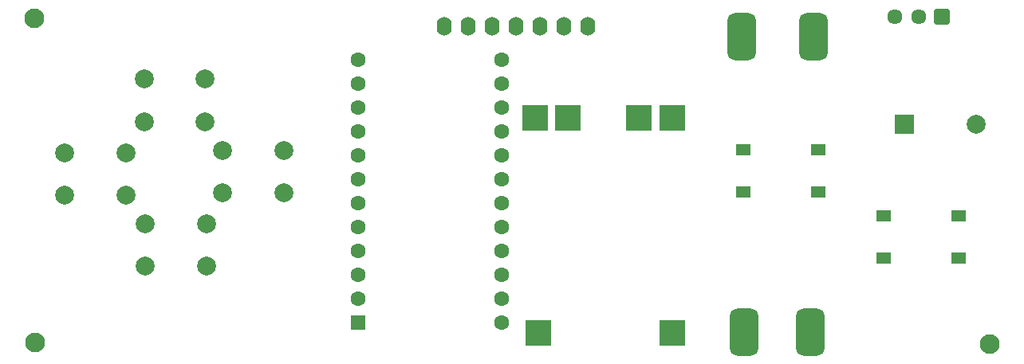
<source format=gbr>
%TF.GenerationSoftware,KiCad,Pcbnew,7.0.5*%
%TF.CreationDate,2023-12-02T12:19:24+05:30*%
%TF.ProjectId,GameBoy-Arduino,47616d65-426f-4792-9d41-726475696e6f,rev?*%
%TF.SameCoordinates,Original*%
%TF.FileFunction,Soldermask,Top*%
%TF.FilePolarity,Negative*%
%FSLAX46Y46*%
G04 Gerber Fmt 4.6, Leading zero omitted, Abs format (unit mm)*
G04 Created by KiCad (PCBNEW 7.0.5) date 2023-12-02 12:19:24*
%MOMM*%
%LPD*%
G01*
G04 APERTURE LIST*
G04 Aperture macros list*
%AMRoundRect*
0 Rectangle with rounded corners*
0 $1 Rounding radius*
0 $2 $3 $4 $5 $6 $7 $8 $9 X,Y pos of 4 corners*
0 Add a 4 corners polygon primitive as box body*
4,1,4,$2,$3,$4,$5,$6,$7,$8,$9,$2,$3,0*
0 Add four circle primitives for the rounded corners*
1,1,$1+$1,$2,$3*
1,1,$1+$1,$4,$5*
1,1,$1+$1,$6,$7*
1,1,$1+$1,$8,$9*
0 Add four rect primitives between the rounded corners*
20,1,$1+$1,$2,$3,$4,$5,0*
20,1,$1+$1,$4,$5,$6,$7,0*
20,1,$1+$1,$6,$7,$8,$9,0*
20,1,$1+$1,$8,$9,$2,$3,0*%
G04 Aperture macros list end*
%ADD10C,2.000000*%
%ADD11R,1.550000X1.300000*%
%ADD12R,2.000000X2.000000*%
%ADD13O,1.600000X2.000000*%
%ADD14C,2.100000*%
%ADD15RoundRect,0.102000X0.704000X0.704000X-0.704000X0.704000X-0.704000X-0.704000X0.704000X-0.704000X0*%
%ADD16C,1.612000*%
%ADD17R,1.600000X1.600000*%
%ADD18C,1.600000*%
%ADD19R,2.800000X2.800000*%
%ADD20RoundRect,0.750000X0.750000X-1.750000X0.750000X1.750000X-0.750000X1.750000X-0.750000X-1.750000X0*%
G04 APERTURE END LIST*
D10*
%TO.C,SW1*%
X85050000Y-64400000D03*
X91550000Y-64400000D03*
X85050000Y-68900000D03*
X91550000Y-68900000D03*
%TD*%
D11*
%TO.C,SW5*%
X148675000Y-71900000D03*
X156625000Y-71900000D03*
X148675000Y-76400000D03*
X156625000Y-76400000D03*
%TD*%
D12*
%TO.C,BZ1*%
X165800000Y-69200000D03*
D10*
X173400000Y-69200000D03*
%TD*%
%TO.C,SW4*%
X76600000Y-72200000D03*
X83100000Y-72200000D03*
X76600000Y-76700000D03*
X83100000Y-76700000D03*
%TD*%
%TO.C,SW3*%
X93400000Y-72000000D03*
X99900000Y-72000000D03*
X93400000Y-76500000D03*
X99900000Y-76500000D03*
%TD*%
D11*
%TO.C,SW6*%
X163550000Y-78950000D03*
X171500000Y-78950000D03*
X163550000Y-83450000D03*
X171500000Y-83450000D03*
%TD*%
D13*
%TO.C,U5*%
X116900000Y-58800000D03*
X119440000Y-58800000D03*
X121980000Y-58800000D03*
X124520000Y-58800000D03*
X127060000Y-58800000D03*
X129600000Y-58800000D03*
X132140000Y-58800000D03*
%TD*%
D14*
%TO.C,REF\u002A\u002A*%
X174825000Y-92575000D03*
%TD*%
%TO.C,REF\u002A\u002A*%
X73450000Y-92350000D03*
%TD*%
%TO.C,REF\u002A\u002A*%
X73400000Y-57950000D03*
%TD*%
D15*
%TO.C,SW7*%
X169787500Y-57800000D03*
D16*
X167287500Y-57800000D03*
X164787500Y-57800000D03*
%TD*%
D10*
%TO.C,SW2*%
X85200000Y-79800000D03*
X91700000Y-79800000D03*
X85200000Y-84300000D03*
X91700000Y-84300000D03*
%TD*%
D17*
%TO.C,U4*%
X107780000Y-90300000D03*
D18*
X107780000Y-87760000D03*
X107780000Y-85220000D03*
X107780000Y-82680000D03*
X107780000Y-80140000D03*
X107780000Y-77600000D03*
X107780000Y-75060000D03*
X107780000Y-72520000D03*
X107780000Y-69980000D03*
X107780000Y-67440000D03*
X107780000Y-64900000D03*
X107780000Y-62360000D03*
X123020000Y-62360000D03*
X123020000Y-64900000D03*
X123020000Y-67440000D03*
X123020000Y-69980000D03*
X123020000Y-72520000D03*
X123020000Y-75060000D03*
X123020000Y-77600000D03*
X123020000Y-80140000D03*
X123020000Y-82680000D03*
X123020000Y-85220000D03*
X123020000Y-87760000D03*
X123020000Y-90300000D03*
%TD*%
D19*
%TO.C,U1*%
X141112500Y-91412500D03*
X126912500Y-91412500D03*
X141112500Y-68512500D03*
X126612500Y-68512500D03*
X137612500Y-68512500D03*
X130012500Y-68512500D03*
%TD*%
D20*
%TO.C,U2*%
X156095000Y-59855000D03*
X148495000Y-59855000D03*
X155795000Y-91255000D03*
X148795000Y-91255000D03*
%TD*%
M02*

</source>
